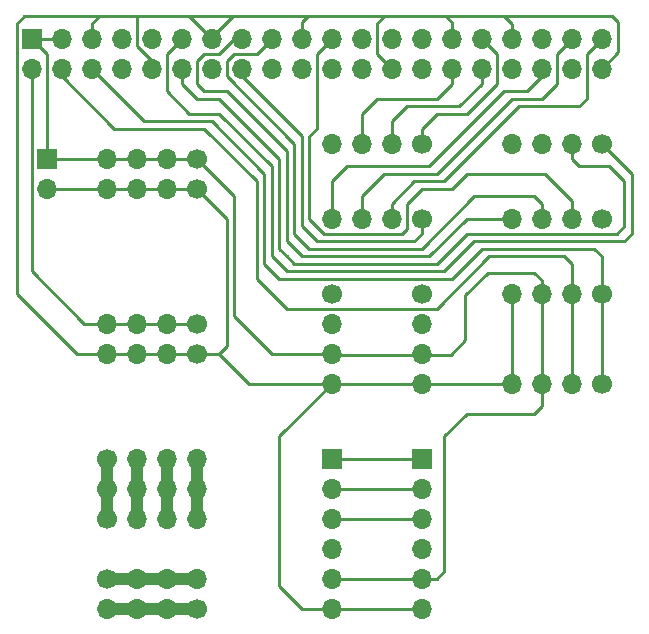
<source format=gbr>
G04 #@! TF.FileFunction,Copper,L2,Bot,Signal*
%FSLAX46Y46*%
G04 Gerber Fmt 4.6, Leading zero omitted, Abs format (unit mm)*
G04 Created by KiCad (PCBNEW 4.0.0-rc1-stable) date 02/05/2017 19:37:09*
%MOMM*%
G01*
G04 APERTURE LIST*
%ADD10C,0.100000*%
%ADD11C,1.700000*%
%ADD12O,1.700000X1.700000*%
%ADD13R,1.700000X1.700000*%
%ADD14C,0.250000*%
%ADD15C,1.000000*%
G04 APERTURE END LIST*
D10*
D11*
X113411000Y-81178400D03*
D12*
X110871000Y-81178400D03*
X108331000Y-81178400D03*
X105791000Y-81178400D03*
D13*
X99441000Y-68478400D03*
D12*
X99441000Y-71018400D03*
X101981000Y-68478400D03*
X101981000Y-71018400D03*
X104521000Y-68478400D03*
X104521000Y-71018400D03*
X107061000Y-68478400D03*
X107061000Y-71018400D03*
X109601000Y-68478400D03*
X109601000Y-71018400D03*
X112141000Y-68478400D03*
X112141000Y-71018400D03*
X114681000Y-68478400D03*
X114681000Y-71018400D03*
X117221000Y-68478400D03*
X117221000Y-71018400D03*
X119761000Y-68478400D03*
X119761000Y-71018400D03*
X122301000Y-68478400D03*
X122301000Y-71018400D03*
X124841000Y-68478400D03*
X124841000Y-71018400D03*
X127381000Y-68478400D03*
X127381000Y-71018400D03*
X129921000Y-68478400D03*
X129921000Y-71018400D03*
X132461000Y-68478400D03*
X132461000Y-71018400D03*
X135001000Y-68478400D03*
X135001000Y-71018400D03*
X137541000Y-68478400D03*
X137541000Y-71018400D03*
X140081000Y-68478400D03*
X140081000Y-71018400D03*
X142621000Y-68478400D03*
X142621000Y-71018400D03*
X145161000Y-68478400D03*
X145161000Y-71018400D03*
X147701000Y-68478400D03*
X147701000Y-71018400D03*
D13*
X124841000Y-104038400D03*
D12*
X124841000Y-106578400D03*
X124841000Y-109118400D03*
X124841000Y-111658400D03*
X124841000Y-114198400D03*
X124841000Y-116738400D03*
D13*
X132461000Y-104038400D03*
D12*
X132461000Y-106578400D03*
X132461000Y-109118400D03*
X132461000Y-111658400D03*
X132461000Y-114198400D03*
X132461000Y-116738400D03*
D11*
X105791000Y-104038400D03*
D12*
X108331000Y-104038400D03*
X110871000Y-104038400D03*
X113411000Y-104038400D03*
D11*
X105791000Y-106578400D03*
D12*
X108331000Y-106578400D03*
X110871000Y-106578400D03*
X113411000Y-106578400D03*
D11*
X105791000Y-109118400D03*
D12*
X108331000Y-109118400D03*
X110871000Y-109118400D03*
X113411000Y-109118400D03*
D11*
X105791000Y-114198400D03*
D12*
X108331000Y-114198400D03*
X110871000Y-114198400D03*
X113411000Y-114198400D03*
D11*
X113411000Y-116738400D03*
D12*
X110871000Y-116738400D03*
X108331000Y-116738400D03*
X105791000Y-116738400D03*
D11*
X113411000Y-78638400D03*
D12*
X110871000Y-78638400D03*
X108331000Y-78638400D03*
X105791000Y-78638400D03*
D11*
X113411000Y-92608400D03*
D12*
X110871000Y-92608400D03*
X108331000Y-92608400D03*
X105791000Y-92608400D03*
D11*
X113411000Y-95148400D03*
D12*
X110871000Y-95148400D03*
X108331000Y-95148400D03*
X105791000Y-95148400D03*
D11*
X124841000Y-90068400D03*
D12*
X124841000Y-92608400D03*
X124841000Y-95148400D03*
X124841000Y-97688400D03*
D11*
X132461000Y-77368400D03*
D12*
X129921000Y-77368400D03*
X127381000Y-77368400D03*
X124841000Y-77368400D03*
D11*
X132461000Y-83718400D03*
D12*
X129921000Y-83718400D03*
X127381000Y-83718400D03*
X124841000Y-83718400D03*
D11*
X147701000Y-77368400D03*
D12*
X145161000Y-77368400D03*
X142621000Y-77368400D03*
X140081000Y-77368400D03*
D11*
X147701000Y-83718400D03*
D12*
X145161000Y-83718400D03*
X142621000Y-83718400D03*
X140081000Y-83718400D03*
D11*
X132461000Y-90068400D03*
D12*
X132461000Y-92608400D03*
X132461000Y-95148400D03*
X132461000Y-97688400D03*
D11*
X147701000Y-97688400D03*
D12*
X145161000Y-97688400D03*
X142621000Y-97688400D03*
X140081000Y-97688400D03*
D11*
X147701000Y-90068400D03*
D12*
X145161000Y-90068400D03*
X142621000Y-90068400D03*
X140081000Y-90068400D03*
D13*
X100711000Y-78638400D03*
D12*
X100711000Y-81178400D03*
D14*
X100711000Y-81178400D02*
X105791000Y-81178400D01*
X130556000Y-66573400D02*
X129286000Y-66573400D01*
X128651000Y-67208400D02*
X128651000Y-67843400D01*
X129286000Y-66573400D02*
X128651000Y-67208400D01*
X129921000Y-71018400D02*
X129921000Y-70993000D01*
X129921000Y-70993000D02*
X128651000Y-69723000D01*
X128651000Y-69723000D02*
X128651000Y-67843400D01*
X109601000Y-71018400D02*
X109601000Y-70383400D01*
X109601000Y-70383400D02*
X108331000Y-69113400D01*
X108331000Y-66573400D02*
X108966000Y-66573400D01*
X108331000Y-67208400D02*
X108331000Y-66573400D01*
X108331000Y-69113400D02*
X108331000Y-67208400D01*
X124841000Y-116738400D02*
X122301000Y-116738400D01*
X120396000Y-102133400D02*
X124841000Y-97688400D01*
X120396000Y-114833400D02*
X120396000Y-102133400D01*
X122301000Y-116738400D02*
X120396000Y-114833400D01*
X113411000Y-95148400D02*
X115316000Y-95148400D01*
X115316000Y-95148400D02*
X117856000Y-97688400D01*
X124841000Y-97688400D02*
X117856000Y-97688400D01*
X105791000Y-81178400D02*
X113411000Y-81178400D01*
X113411000Y-81178400D02*
X115951000Y-83718400D01*
X115951000Y-94513400D02*
X115316000Y-95148400D01*
X115951000Y-83718400D02*
X115951000Y-94513400D01*
X114681000Y-68478400D02*
X112776000Y-66573400D01*
X112776000Y-66573400D02*
X113411000Y-66573400D01*
X104521000Y-68478400D02*
X104521000Y-67208400D01*
X104521000Y-67208400D02*
X105156000Y-66573400D01*
X105791000Y-95148400D02*
X103251000Y-95148400D01*
X103251000Y-95148400D02*
X98171000Y-90068400D01*
X98171000Y-90068400D02*
X98171000Y-67208400D01*
X98171000Y-67208400D02*
X98806000Y-66573400D01*
X98806000Y-66573400D02*
X105156000Y-66573400D01*
X148336000Y-66573400D02*
X148336000Y-66548000D01*
X113411000Y-66573400D02*
X129921000Y-66573400D01*
X129921000Y-66573400D02*
X130556000Y-66573400D01*
X130556000Y-66573400D02*
X148336000Y-66573400D01*
X105156000Y-66573400D02*
X108966000Y-66573400D01*
X108966000Y-66573400D02*
X113411000Y-66573400D01*
X113411000Y-95148400D02*
X105791000Y-95148400D01*
X132461000Y-97688400D02*
X124841000Y-97688400D01*
X140081000Y-97688400D02*
X132461000Y-97688400D01*
X140081000Y-90068400D02*
X140081000Y-97688400D01*
X132461000Y-116738400D02*
X124841000Y-116738400D01*
X122301000Y-68478400D02*
X122301000Y-67056000D01*
X122301000Y-67056000D02*
X122809000Y-66548000D01*
X104521000Y-68478400D02*
X104521000Y-68326000D01*
X129921000Y-70993000D02*
X128651000Y-69723000D01*
X135001000Y-68478400D02*
X135001000Y-67056000D01*
X135001000Y-67056000D02*
X134620000Y-66675000D01*
X140081000Y-68478400D02*
X140081000Y-67183000D01*
X140081000Y-67183000D02*
X139446000Y-66548000D01*
X114681000Y-68478400D02*
X114681000Y-68326000D01*
X114681000Y-68326000D02*
X116459000Y-66548000D01*
X116459000Y-66548000D02*
X122809000Y-66548000D01*
X149098000Y-69621400D02*
X147701000Y-71018400D01*
X148336000Y-66548000D02*
X148590000Y-66548000D01*
X148590000Y-66548000D02*
X149098000Y-67056000D01*
X149098000Y-67056000D02*
X149098000Y-69621400D01*
X122809000Y-66548000D02*
X139446000Y-66548000D01*
X139446000Y-66548000D02*
X148336000Y-66548000D01*
X104521000Y-68478400D02*
X104521000Y-68072000D01*
X140081000Y-90170000D02*
X140081000Y-97790000D01*
X129921000Y-83718400D02*
X129921000Y-82448400D01*
X146431000Y-69748400D02*
X147701000Y-68478400D01*
X146431000Y-73558400D02*
X146431000Y-69748400D01*
X145796000Y-74193400D02*
X146431000Y-73558400D01*
X140716000Y-74193400D02*
X145796000Y-74193400D01*
X134366000Y-80543400D02*
X140716000Y-74193400D01*
X131826000Y-80543400D02*
X134366000Y-80543400D01*
X129921000Y-82448400D02*
X131826000Y-80543400D01*
X147701000Y-68478400D02*
X147675600Y-68478400D01*
X127381000Y-83718400D02*
X127381000Y-81813400D01*
X143891000Y-69748400D02*
X145161000Y-68478400D01*
X143891000Y-72288400D02*
X143891000Y-69748400D01*
X142621000Y-73558400D02*
X143891000Y-72288400D01*
X140081000Y-73558400D02*
X142621000Y-73558400D01*
X133731000Y-79908400D02*
X140081000Y-73558400D01*
X129286000Y-79908400D02*
X133731000Y-79908400D01*
X128651000Y-80543400D02*
X129286000Y-79908400D01*
X127381000Y-81813400D02*
X128651000Y-80543400D01*
X142621000Y-83718400D02*
X142621000Y-82448400D01*
X118491000Y-69748400D02*
X119761000Y-68478400D01*
X116586000Y-69748400D02*
X118491000Y-69748400D01*
X115951000Y-70383400D02*
X116586000Y-69748400D01*
X115951000Y-71653400D02*
X115951000Y-70383400D01*
X121666000Y-77368400D02*
X115951000Y-71653400D01*
X121666000Y-84988400D02*
X121666000Y-77368400D01*
X122936000Y-86258400D02*
X121666000Y-84988400D01*
X132461000Y-86258400D02*
X122936000Y-86258400D01*
X136906000Y-81813400D02*
X132461000Y-86258400D01*
X141986000Y-81813400D02*
X136906000Y-81813400D01*
X142621000Y-82448400D02*
X141986000Y-81813400D01*
X119761000Y-68478400D02*
X119913400Y-68478400D01*
X119761000Y-68478400D02*
X119761000Y-68580000D01*
X123571000Y-69723000D02*
X123571000Y-76098400D01*
X123571000Y-76098400D02*
X122936000Y-76733400D01*
X122936000Y-76733400D02*
X122936000Y-83718400D01*
X122936000Y-83718400D02*
X124206000Y-84988400D01*
X124206000Y-84988400D02*
X130784600Y-84988400D01*
X130784600Y-84988400D02*
X131191000Y-84582000D01*
X136271000Y-79908400D02*
X142900400Y-79908400D01*
X135001000Y-81178400D02*
X136271000Y-79908400D01*
X132461000Y-81178400D02*
X135001000Y-81178400D01*
X131191000Y-82448400D02*
X132461000Y-81178400D01*
X131191000Y-84582000D02*
X131191000Y-82448400D01*
X131191000Y-82448400D02*
X131191000Y-82448400D01*
X145161000Y-83566000D02*
X145161000Y-82169000D01*
X145161000Y-82169000D02*
X142900400Y-79908400D01*
X124841000Y-68478400D02*
X124815600Y-68478400D01*
X124815600Y-68478400D02*
X123571000Y-69723000D01*
X124815600Y-68478400D02*
X123571000Y-69723000D01*
X145161000Y-83566000D02*
X145161000Y-82804000D01*
X132461000Y-77368400D02*
X132461000Y-76098400D01*
X138811000Y-69748400D02*
X137541000Y-68478400D01*
X138811000Y-72288400D02*
X138811000Y-69748400D01*
X136271000Y-74828400D02*
X138811000Y-72288400D01*
X133731000Y-74828400D02*
X136271000Y-74828400D01*
X132461000Y-76098400D02*
X133731000Y-74828400D01*
X132461000Y-77368400D02*
X132461000Y-76733400D01*
X137541000Y-68478400D02*
X137693400Y-68478400D01*
X149606000Y-85623400D02*
X150241000Y-84988400D01*
X110871000Y-69748400D02*
X110871000Y-72923400D01*
X110871000Y-72923400D02*
X112776000Y-74828400D01*
X112776000Y-74828400D02*
X115316000Y-74828400D01*
X115316000Y-74828400D02*
X119761000Y-79273400D01*
X119761000Y-79273400D02*
X119761000Y-86893400D01*
X119761000Y-86893400D02*
X121031000Y-88163400D01*
X121031000Y-88163400D02*
X134366000Y-88163400D01*
X134366000Y-88163400D02*
X136906000Y-85623400D01*
X136906000Y-85623400D02*
X149606000Y-85623400D01*
X112141000Y-68478400D02*
X110871000Y-69748400D01*
X150241000Y-79908400D02*
X147701000Y-77368400D01*
X150241000Y-84988400D02*
X150241000Y-79908400D01*
X147701000Y-77216000D02*
X147828000Y-77216000D01*
X147701000Y-77216000D02*
X147701000Y-77216000D01*
X117221000Y-68478400D02*
X116586000Y-68478400D01*
X116586000Y-68478400D02*
X115316000Y-69748400D01*
X136271000Y-83718400D02*
X140081000Y-83718400D01*
X133096000Y-86893400D02*
X136271000Y-83718400D01*
X122301000Y-86893400D02*
X133096000Y-86893400D01*
X121031000Y-85623400D02*
X122301000Y-86893400D01*
X121031000Y-78003400D02*
X121031000Y-85623400D01*
X115951000Y-72923400D02*
X121031000Y-78003400D01*
X114046000Y-72923400D02*
X115951000Y-72923400D01*
X113411000Y-72288400D02*
X114046000Y-72923400D01*
X113411000Y-70383400D02*
X113411000Y-72288400D01*
X114046000Y-69748400D02*
X113411000Y-70383400D01*
X115316000Y-69748400D02*
X114046000Y-69748400D01*
X117221000Y-68478400D02*
X117195600Y-68478400D01*
X100711000Y-78638400D02*
X105791000Y-78638400D01*
X100711000Y-78638400D02*
X100711000Y-74828400D01*
X132461000Y-114198400D02*
X133731000Y-114198400D01*
X142621000Y-99593400D02*
X142621000Y-97688400D01*
X141986000Y-100228400D02*
X142621000Y-99593400D01*
X136271000Y-100228400D02*
X141986000Y-100228400D01*
X134366000Y-102133400D02*
X136271000Y-100228400D01*
X134366000Y-113563400D02*
X134366000Y-102133400D01*
X133731000Y-114198400D02*
X134366000Y-113563400D01*
X124841000Y-95148400D02*
X119761000Y-95148400D01*
X119761000Y-95148400D02*
X116586000Y-91973400D01*
X116586000Y-91973400D02*
X116586000Y-81813400D01*
X116586000Y-81813400D02*
X113411000Y-78638400D01*
X142621000Y-90068400D02*
X142621000Y-97688400D01*
X132461000Y-114198400D02*
X124841000Y-114198400D01*
X105791000Y-78638400D02*
X103886000Y-78638400D01*
X100711000Y-75463400D02*
X100711000Y-74828400D01*
X100711000Y-74828400D02*
X100711000Y-69748400D01*
X100711000Y-69748400D02*
X99441000Y-68478400D01*
X113411000Y-78638400D02*
X110871000Y-78638400D01*
X110871000Y-78638400D02*
X108331000Y-78638400D01*
X108331000Y-78638400D02*
X105791000Y-78638400D01*
X100711000Y-69748400D02*
X99441000Y-68478400D01*
X142621000Y-90170000D02*
X142621000Y-88900000D01*
X134899400Y-95250000D02*
X132461000Y-95250000D01*
X136144000Y-94005400D02*
X134899400Y-95250000D01*
X136144000Y-90195400D02*
X136144000Y-94005400D01*
X138074400Y-88265000D02*
X136144000Y-90195400D01*
X141986000Y-88265000D02*
X138074400Y-88265000D01*
X142621000Y-88900000D02*
X141986000Y-88265000D01*
X101981000Y-68478400D02*
X99441000Y-68478400D01*
X100711000Y-69748400D02*
X99441000Y-68478400D01*
X132461000Y-95250000D02*
X124841000Y-95250000D01*
X142621000Y-90170000D02*
X142621000Y-97790000D01*
X129921000Y-79273400D02*
X133096000Y-79273400D01*
X133096000Y-79273400D02*
X134366000Y-78003400D01*
X142621000Y-71018400D02*
X142621000Y-71653400D01*
X142621000Y-71653400D02*
X141351000Y-72923400D01*
X139446000Y-72923400D02*
X134366000Y-78003400D01*
X141351000Y-72923400D02*
X139446000Y-72923400D01*
X124841000Y-83718400D02*
X124841000Y-80543400D01*
X126111000Y-79273400D02*
X129921000Y-79273400D01*
X124841000Y-80543400D02*
X126111000Y-79273400D01*
X142621000Y-71018400D02*
X142621000Y-71120000D01*
X135001000Y-71018400D02*
X135001000Y-72288400D01*
X133731000Y-73558400D02*
X132461000Y-73558400D01*
X135001000Y-72288400D02*
X133731000Y-73558400D01*
X127381000Y-77368400D02*
X127381000Y-74828400D01*
X128651000Y-73558400D02*
X132461000Y-73558400D01*
X127381000Y-74828400D02*
X128651000Y-73558400D01*
X129921000Y-77368400D02*
X129921000Y-75463400D01*
X137541000Y-72288400D02*
X137541000Y-71018400D01*
X135636000Y-74193400D02*
X137541000Y-72288400D01*
X131191000Y-74193400D02*
X135636000Y-74193400D01*
X129921000Y-75463400D02*
X131191000Y-74193400D01*
X132461000Y-109118400D02*
X124841000Y-109118400D01*
X132461000Y-106578400D02*
X124841000Y-106578400D01*
X132461000Y-104038400D02*
X124841000Y-104038400D01*
X145161000Y-90068400D02*
X145161000Y-87528400D01*
X121031000Y-91338400D02*
X133731000Y-91338400D01*
X118491000Y-88798400D02*
X121031000Y-91338400D01*
X118491000Y-80543400D02*
X118491000Y-88798400D01*
X114046000Y-76098400D02*
X118491000Y-80543400D01*
X106426000Y-76098400D02*
X114046000Y-76098400D01*
X106426000Y-76098400D02*
X101981000Y-71653400D01*
X138176000Y-86893400D02*
X133731000Y-91338400D01*
X144526000Y-86893400D02*
X138176000Y-86893400D01*
X145161000Y-87528400D02*
X144526000Y-86893400D01*
X101981000Y-71018400D02*
X101981000Y-71653400D01*
X145161000Y-90068400D02*
X145161000Y-97688400D01*
X145161000Y-90170000D02*
X145161000Y-97790000D01*
X110871000Y-92608400D02*
X108331000Y-92608400D01*
X110871000Y-92608400D02*
X113411000Y-92608400D01*
X99441000Y-71018400D02*
X99441000Y-88163400D01*
X103886000Y-92608400D02*
X105791000Y-92608400D01*
X99441000Y-88163400D02*
X103886000Y-92608400D01*
X105791000Y-92608400D02*
X108331000Y-92608400D01*
X147701000Y-90068400D02*
X147701000Y-86893400D01*
X108966000Y-75463400D02*
X104521000Y-71018400D01*
X114681000Y-75463400D02*
X108966000Y-75463400D01*
X119126000Y-79908400D02*
X114681000Y-75463400D01*
X119126000Y-87528400D02*
X119126000Y-79908400D01*
X120396000Y-88798400D02*
X119126000Y-87528400D01*
X135001000Y-88798400D02*
X120396000Y-88798400D01*
X137541000Y-86258400D02*
X135001000Y-88798400D01*
X147066000Y-86258400D02*
X137541000Y-86258400D01*
X147701000Y-86893400D02*
X147066000Y-86258400D01*
X147701000Y-90068400D02*
X147701000Y-97688400D01*
X104521000Y-71120000D02*
X104521000Y-71018400D01*
X147701000Y-97790000D02*
X147701000Y-90170000D01*
X132461000Y-83718400D02*
X132461000Y-84988400D01*
X122301000Y-76733400D02*
X117221000Y-71653400D01*
X122301000Y-84353400D02*
X122301000Y-76733400D01*
X123571000Y-85623400D02*
X122301000Y-84353400D01*
X131826000Y-85623400D02*
X123571000Y-85623400D01*
X132461000Y-84988400D02*
X131826000Y-85623400D01*
X117221000Y-71653400D02*
X117221000Y-71247000D01*
X145161000Y-77368400D02*
X145161000Y-78638400D01*
X148971000Y-84988400D02*
X144526000Y-84988400D01*
X149606000Y-84353400D02*
X148971000Y-84988400D01*
X149606000Y-80543400D02*
X149606000Y-84353400D01*
X148336000Y-79273400D02*
X149606000Y-80543400D01*
X145796000Y-79273400D02*
X148336000Y-79273400D01*
X145161000Y-78638400D02*
X145796000Y-79273400D01*
X115316000Y-73558400D02*
X120396000Y-78638400D01*
X120396000Y-78638400D02*
X120396000Y-86258400D01*
X120396000Y-86258400D02*
X121031000Y-86893400D01*
X113411000Y-73558400D02*
X115316000Y-73558400D01*
X112141000Y-72288400D02*
X113411000Y-73558400D01*
X112141000Y-72288400D02*
X112141000Y-71018400D01*
X121666000Y-87528400D02*
X121031000Y-86893400D01*
X133731000Y-87528400D02*
X121666000Y-87528400D01*
X136271000Y-84988400D02*
X133731000Y-87528400D01*
X144526000Y-84988400D02*
X136271000Y-84988400D01*
D15*
X105791000Y-104038400D02*
X105791000Y-109118400D01*
X113411000Y-114198400D02*
X105791000Y-114198400D01*
X113411000Y-116738400D02*
X110871000Y-116738400D01*
X110871000Y-116738400D02*
X108331000Y-116738400D01*
X108331000Y-116738400D02*
X105791000Y-116738400D01*
X108331000Y-104038400D02*
X108331000Y-106578400D01*
X108331000Y-106578400D02*
X108331000Y-109118400D01*
X110871000Y-106578400D02*
X110871000Y-109118400D01*
X110871000Y-104038400D02*
X110871000Y-106578400D01*
X113411000Y-106578400D02*
X113411000Y-109118400D01*
X113411000Y-104038400D02*
X113411000Y-106578400D01*
M02*

</source>
